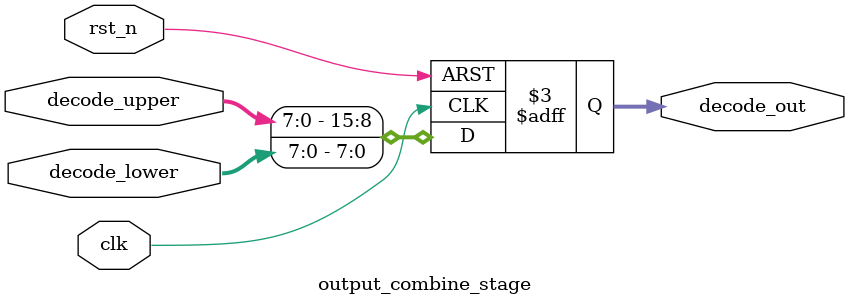
<source format=sv>
module pipelined_decoder(
    input  wire       clk,
    input  wire       rst_n,
    input  wire [3:0] addr_in,
    output wire [15:0] decode_out
);
    // Internal connection signals
    wire [3:0] addr_stage1;
    wire [3:0] addr_stage2;
    wire [3:0] addr_stage3;
    wire [7:0] decode_stage3_lower;
    wire [7:0] decode_stage3_upper;
    
    // Stage 1: Address input capture module
    addr_capture_stage stage1 (
        .clk      (clk),
        .rst_n    (rst_n),
        .addr_in  (addr_in),
        .addr_out (addr_stage1)
    );
    
    // Stage 2: Address propagation module
    addr_propagation_stage stage2 (
        .clk      (clk),
        .rst_n    (rst_n),
        .addr_in  (addr_stage1),
        .addr_out (addr_stage2)
    );
    
    // Stage 3: Address final stage module
    addr_propagation_stage stage3 (
        .clk      (clk),
        .rst_n    (rst_n),
        .addr_in  (addr_stage2),
        .addr_out (addr_stage3)
    );
    
    // Stage 4: Decode logic module
    decode_logic_stage stage4 (
        .clk           (clk),
        .rst_n         (rst_n),
        .addr_in       (addr_stage3),
        .decode_lower  (decode_stage3_lower),
        .decode_upper  (decode_stage3_upper)
    );
    
    // Stage 5: Output combining module
    output_combine_stage stage5 (
        .clk           (clk),
        .rst_n         (rst_n),
        .decode_lower  (decode_stage3_lower),
        .decode_upper  (decode_stage3_upper),
        .decode_out    (decode_out)
    );
    
endmodule

// Module: addr_capture_stage
// Captures input address and registers it
module addr_capture_stage #(
    parameter ADDR_WIDTH = 4
)(
    input  wire                 clk,
    input  wire                 rst_n,
    input  wire [ADDR_WIDTH-1:0] addr_in,
    output reg  [ADDR_WIDTH-1:0] addr_out
);
    
    always @(posedge clk or negedge rst_n) begin
        if (!rst_n) begin
            addr_out <= {ADDR_WIDTH{1'b0}};
        end else begin
            addr_out <= addr_in;
        end
    end
    
endmodule

// Module: addr_propagation_stage
// Propagates address through pipeline
module addr_propagation_stage #(
    parameter ADDR_WIDTH = 4
)(
    input  wire                 clk,
    input  wire                 rst_n,
    input  wire [ADDR_WIDTH-1:0] addr_in,
    output reg  [ADDR_WIDTH-1:0] addr_out
);
    
    always @(posedge clk or negedge rst_n) begin
        if (!rst_n) begin
            addr_out <= {ADDR_WIDTH{1'b0}};
        end else begin
            addr_out <= addr_in;
        end
    end
    
endmodule

// Module: decode_logic_stage
// Performs address decoding into lower and upper parts
module decode_logic_stage #(
    parameter ADDR_WIDTH = 4,
    parameter OUT_WIDTH = 8
)(
    input  wire                 clk,
    input  wire                 rst_n,
    input  wire [ADDR_WIDTH-1:0] addr_in,
    output reg  [OUT_WIDTH-1:0] decode_lower,
    output reg  [OUT_WIDTH-1:0] decode_upper
);
    
    always @(posedge clk or negedge rst_n) begin
        if (!rst_n) begin
            decode_lower <= {OUT_WIDTH{1'b0}};
            decode_upper <= {OUT_WIDTH{1'b0}};
        end else begin
            // Lower bits decoding (when addr_in[3] is 0)
            decode_lower <= (addr_in[3] == 1'b0) ? (1'b1 << addr_in[2:0]) : {OUT_WIDTH{1'b0}};
            // Upper bits decoding (when addr_in[3] is 1)
            decode_upper <= (addr_in[3] == 1'b1) ? (1'b1 << addr_in[2:0]) : {OUT_WIDTH{1'b0}};
        end
    end
    
endmodule

// Module: output_combine_stage
// Combines lower and upper decode results into final output
module output_combine_stage #(
    parameter HALF_WIDTH = 8,
    parameter FULL_WIDTH = 16
)(
    input  wire                   clk,
    input  wire                   rst_n,
    input  wire [HALF_WIDTH-1:0]  decode_lower,
    input  wire [HALF_WIDTH-1:0]  decode_upper,
    output reg  [FULL_WIDTH-1:0]  decode_out
);
    
    always @(posedge clk or negedge rst_n) begin
        if (!rst_n) begin
            decode_out <= {FULL_WIDTH{1'b0}};
        end else begin
            decode_out <= {decode_upper, decode_lower};
        end
    end
    
endmodule
</source>
